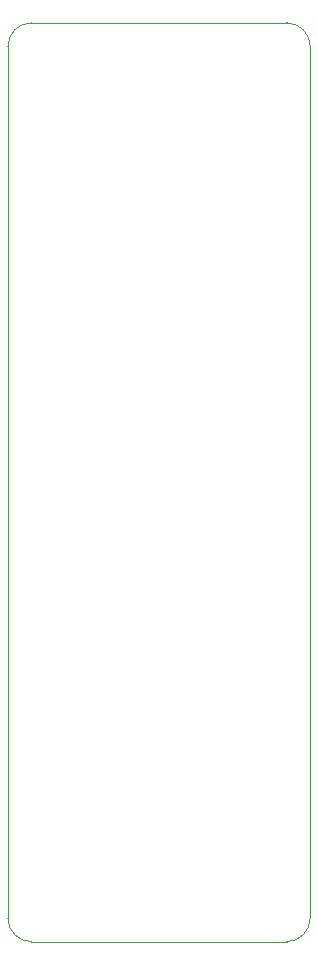
<source format=gbr>
G04 #@! TF.GenerationSoftware,KiCad,Pcbnew,(5.1.0-0)*
G04 #@! TF.CreationDate,2019-06-19T18:31:01-07:00*
G04 #@! TF.ProjectId,d32_sapflow_rtc,6433325f-7361-4706-966c-6f775f727463,rev?*
G04 #@! TF.SameCoordinates,Original*
G04 #@! TF.FileFunction,Profile,NP*
%FSLAX46Y46*%
G04 Gerber Fmt 4.6, Leading zero omitted, Abs format (unit mm)*
G04 Created by KiCad (PCBNEW (5.1.0-0)) date 2019-06-19 18:31:01*
%MOMM*%
%LPD*%
G04 APERTURE LIST*
%ADD10C,0.050000*%
G04 APERTURE END LIST*
D10*
X153800000Y-71400000D02*
G75*
G02X155800000Y-69400000I2000000J0D01*
G01*
X177400000Y-69400000D02*
G75*
G02X179400000Y-71400000I0J-2000000D01*
G01*
X179400000Y-145200000D02*
G75*
G02X177400000Y-147200000I-2000000J0D01*
G01*
X155800000Y-147200000D02*
G75*
G02X153800000Y-145200000I0J2000000D01*
G01*
X177400000Y-147200000D02*
X155800000Y-147200000D01*
X179400000Y-71400000D02*
X179400000Y-145200000D01*
X155800000Y-69400000D02*
X177400000Y-69400000D01*
X153800000Y-145200000D02*
X153800000Y-71400000D01*
M02*

</source>
